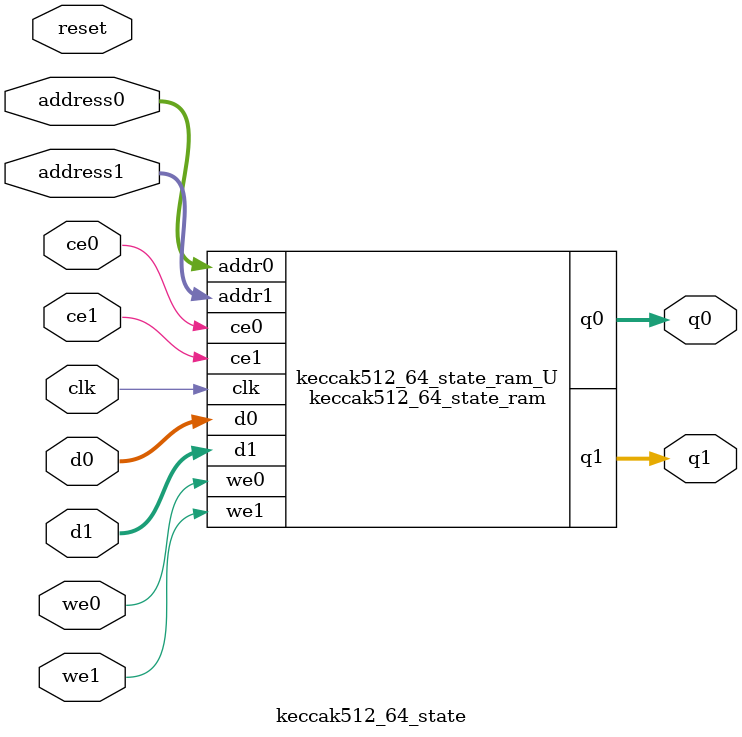
<source format=v>

`timescale 1 ns / 1 ps
module keccak512_64_state_ram (addr0, ce0, d0, we0, q0, addr1, ce1, d1, we1, q1,  clk);

parameter DWIDTH = 64;
parameter AWIDTH = 5;
parameter MEM_SIZE = 25;

input[AWIDTH-1:0] addr0;
input ce0;
input[DWIDTH-1:0] d0;
input we0;
output reg[DWIDTH-1:0] q0;
input[AWIDTH-1:0] addr1;
input ce1;
input[DWIDTH-1:0] d1;
input we1;
output reg[DWIDTH-1:0] q1;
input clk;

(* ram_style = "block" *)reg [DWIDTH-1:0] ram[0:MEM_SIZE-1];




always @(posedge clk)  
begin 
    if (ce0) 
    begin
        if (we0) 
        begin 
            ram[addr0] <= d0; 
            q0 <= d0;
        end 
        else 
            q0 <= ram[addr0];
    end
end


always @(posedge clk)  
begin 
    if (ce1) 
    begin
        if (we1) 
        begin 
            ram[addr1] <= d1; 
            q1 <= d1;
        end 
        else 
            q1 <= ram[addr1];
    end
end


endmodule


`timescale 1 ns / 1 ps
module keccak512_64_state(
    reset,
    clk,
    address0,
    ce0,
    we0,
    d0,
    q0,
    address1,
    ce1,
    we1,
    d1,
    q1);

parameter DataWidth = 32'd64;
parameter AddressRange = 32'd25;
parameter AddressWidth = 32'd5;
input reset;
input clk;
input[AddressWidth - 1:0] address0;
input ce0;
input we0;
input[DataWidth - 1:0] d0;
output[DataWidth - 1:0] q0;
input[AddressWidth - 1:0] address1;
input ce1;
input we1;
input[DataWidth - 1:0] d1;
output[DataWidth - 1:0] q1;



keccak512_64_state_ram keccak512_64_state_ram_U(
    .clk( clk ),
    .addr0( address0 ),
    .ce0( ce0 ),
    .d0( d0 ),
    .we0( we0 ),
    .q0( q0 ),
    .addr1( address1 ),
    .ce1( ce1 ),
    .d1( d1 ),
    .we1( we1 ),
    .q1( q1 ));

endmodule


</source>
